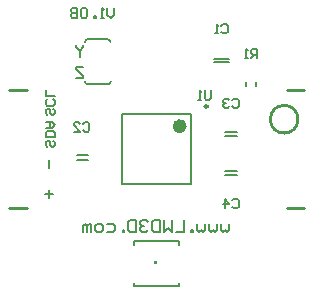
<source format=gbo>
G04 Layer_Color=32896*
%FSLAX44Y44*%
%MOMM*%
G71*
G01*
G75*
%ADD14C,0.2500*%
%ADD15C,0.2000*%
%ADD29C,0.2032*%
%ADD30C,0.1270*%
%ADD31C,0.2540*%
%ADD32C,0.1800*%
%ADD33C,0.1500*%
%ADD47C,0.6000*%
G36*
X125000Y28000D02*
X122460D01*
Y30540D01*
X125000D01*
Y28000D01*
D02*
G37*
D14*
X168250Y161250D02*
G03*
X168250Y161250I-1250J0D01*
G01*
D15*
X95500Y95500D02*
X154500D01*
X95500Y154500D02*
X154500D01*
X95500Y95500D02*
Y154500D01*
X154500Y95500D02*
Y154500D01*
X63079Y194996D02*
X56415D01*
Y193330D01*
X63079Y186666D01*
Y185000D01*
X56415D01*
X63079Y212996D02*
Y211330D01*
X59747Y207998D01*
X56415Y211330D01*
Y212996D01*
X59747Y207998D02*
Y203000D01*
D29*
X83461Y179840D02*
G03*
X86001Y182380I0J2540D01*
G01*
X64284D02*
G03*
X66824Y179840I2540J0D01*
G01*
Y218160D02*
G03*
X64284Y215620I0J-2540D01*
G01*
X86001D02*
G03*
X83461Y218160I-2540J0D01*
G01*
X66825Y179839D02*
X83462D01*
X66825Y218160D02*
X83462D01*
D30*
X105950Y9000D02*
Y12000D01*
Y9000D02*
X144000D01*
Y12000D01*
X105950Y44002D02*
Y47050D01*
X144000D01*
Y44002D02*
Y47050D01*
X173488Y201496D02*
X186512D01*
X173488Y198504D02*
X186512D01*
X57238Y116222D02*
X66762D01*
X57238Y119778D02*
X66762D01*
X209064Y178476D02*
Y181524D01*
X200936Y178476D02*
Y181524D01*
X183238Y106778D02*
X192762D01*
X183238Y103222D02*
X192762D01*
X183238Y139778D02*
X192762D01*
X183238Y136222D02*
X192762D01*
D31*
X244709Y150400D02*
G03*
X244709Y150400I-11709J0D01*
G01*
X0Y175000D02*
X15000D01*
X235000Y75000D02*
X250000D01*
X235000Y175000D02*
X250000D01*
X0Y75000D02*
X15000D01*
D32*
X34002Y109000D02*
Y115665D01*
Y84000D02*
Y90665D01*
X30669Y87332D02*
X37334D01*
D33*
X62740Y146618D02*
X64073Y147951D01*
X66739D01*
X68072Y146618D01*
Y141287D01*
X66739Y139954D01*
X64073D01*
X62740Y141287D01*
X54743Y139954D02*
X60075D01*
X54743Y145286D01*
Y146618D01*
X56076Y147951D01*
X58742D01*
X60075Y146618D01*
X179928Y229660D02*
X181261Y230993D01*
X183927D01*
X185260Y229660D01*
Y224329D01*
X183927Y222996D01*
X181261D01*
X179928Y224329D01*
X177263Y222996D02*
X174597D01*
X175930D01*
Y230993D01*
X177263Y229660D01*
X189248Y166618D02*
X190581Y167951D01*
X193247D01*
X194580Y166618D01*
Y161287D01*
X193247Y159954D01*
X190581D01*
X189248Y161287D01*
X186583Y166618D02*
X185250Y167951D01*
X182584D01*
X181251Y166618D01*
Y165286D01*
X182584Y163953D01*
X183917D01*
X182584D01*
X181251Y162620D01*
Y161287D01*
X182584Y159954D01*
X185250D01*
X186583Y161287D01*
X210294Y202132D02*
Y210129D01*
X206295D01*
X204962Y208797D01*
Y206131D01*
X206295Y204798D01*
X210294D01*
X207628D02*
X204962Y202132D01*
X202297D02*
X199631D01*
X200964D01*
Y210129D01*
X202297Y208797D01*
X189232Y81706D02*
X190565Y83039D01*
X193231D01*
X194564Y81706D01*
Y76375D01*
X193231Y75042D01*
X190565D01*
X189232Y76375D01*
X182568Y75042D02*
Y83039D01*
X186567Y79041D01*
X181235D01*
X171000Y174997D02*
Y168333D01*
X169667Y167000D01*
X167001D01*
X165668Y168333D01*
Y174997D01*
X163003Y167000D02*
X160337D01*
X161670D01*
Y174997D01*
X163003Y173664D01*
X37664Y159332D02*
X38997Y157999D01*
Y155333D01*
X37664Y154000D01*
X36332D01*
X34999Y155333D01*
Y157999D01*
X33666Y159332D01*
X32333D01*
X31000Y157999D01*
Y155333D01*
X32333Y154000D01*
X37664Y167329D02*
X38997Y165996D01*
Y163330D01*
X37664Y161997D01*
X32333D01*
X31000Y163330D01*
Y165996D01*
X32333Y167329D01*
X38997Y169995D02*
X31000D01*
Y175326D01*
X37664Y132332D02*
X38997Y130999D01*
Y128333D01*
X37664Y127000D01*
X36332D01*
X34999Y128333D01*
Y130999D01*
X33666Y132332D01*
X32333D01*
X31000Y130999D01*
Y128333D01*
X32333Y127000D01*
X38997Y134997D02*
X31000D01*
Y138996D01*
X32333Y140329D01*
X37664D01*
X38997Y138996D01*
Y134997D01*
X31000Y142995D02*
X36332D01*
X38997Y145661D01*
X36332Y148326D01*
X31000D01*
X34999D01*
Y142995D01*
X186100Y61465D02*
Y56466D01*
X184434Y54800D01*
X182768Y56466D01*
X181102Y54800D01*
X179436Y56466D01*
Y61465D01*
X176103D02*
Y56466D01*
X174437Y54800D01*
X172771Y56466D01*
X171105Y54800D01*
X169439Y56466D01*
Y61465D01*
X166106D02*
Y56466D01*
X164440Y54800D01*
X162774Y56466D01*
X161108Y54800D01*
X159442Y56466D01*
Y61465D01*
X156110Y54800D02*
Y56466D01*
X154444D01*
Y54800D01*
X156110D01*
X147779Y64797D02*
Y54800D01*
X141115D01*
X137782Y64797D02*
Y54800D01*
X134450Y58132D01*
X131118Y54800D01*
Y64797D01*
X127786D02*
Y54800D01*
X122787D01*
X121121Y56466D01*
Y63131D01*
X122787Y64797D01*
X127786D01*
X117789Y63131D02*
X116123Y64797D01*
X112790D01*
X111124Y63131D01*
Y61465D01*
X112790Y59798D01*
X114456D01*
X112790D01*
X111124Y58132D01*
Y56466D01*
X112790Y54800D01*
X116123D01*
X117789Y56466D01*
X107792Y64797D02*
Y54800D01*
X102794D01*
X101127Y56466D01*
Y63131D01*
X102794Y64797D01*
X107792D01*
X97795Y54800D02*
Y56466D01*
X96129D01*
Y54800D01*
X97795D01*
X82800Y61465D02*
X87798D01*
X89465Y59798D01*
Y56466D01*
X87798Y54800D01*
X82800D01*
X77802D02*
X74469D01*
X72803Y56466D01*
Y59798D01*
X74469Y61465D01*
X77802D01*
X79468Y59798D01*
Y56466D01*
X77802Y54800D01*
X69471D02*
Y61465D01*
X67805D01*
X66139Y59798D01*
Y54800D01*
Y59798D01*
X64472Y61465D01*
X62806Y59798D01*
Y54800D01*
X89000Y244497D02*
Y238832D01*
X86168Y236000D01*
X83335Y238832D01*
Y244497D01*
X80503Y236000D02*
X77670D01*
X79086D01*
Y244497D01*
X80503Y243081D01*
X73422Y236000D02*
Y237416D01*
X72006D01*
Y236000D01*
X73422D01*
X66341Y243081D02*
X64924Y244497D01*
X62092D01*
X60676Y243081D01*
Y237416D01*
X62092Y236000D01*
X64924D01*
X66341Y237416D01*
Y243081D01*
X57843Y244497D02*
Y236000D01*
X53595D01*
X52179Y237416D01*
Y238832D01*
X53595Y240249D01*
X57843D01*
X53595D01*
X52179Y241665D01*
Y243081D01*
X53595Y244497D01*
X57843D01*
D47*
X147500Y144500D02*
G03*
X147500Y144500I-3000J0D01*
G01*
M02*

</source>
